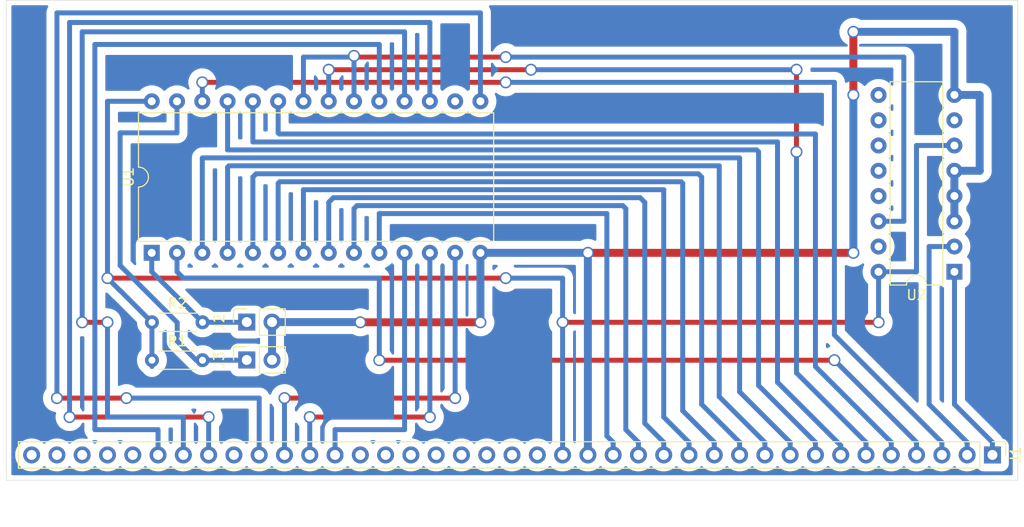
<source format=kicad_pcb>
(kicad_pcb (version 20240108) (generator "pcbnew") (generator_version "8.0")
  (layers (0 "F.Cu" signal) (31 "B.Cu" signal) (34 "B.Paste" user) (35 "F.Paste" user) (36 "B.SilkS" user "B.Silkscreen") (37 "F.SilkS" user "F.Silkscreen") (38 "B.Mask" user) (39 "F.Mask" user) (44 "Edge.Cuts" user))
  (net 0 "")
  (net 3 "/A5")
  (net 5 "/A15")
  (net 6 "/D5")
  (net 7 "/A13")
  (net 8 "/D0")
  (net 9 "/A10")
  (net 10 "/A1")
  (net 13 "/A3")
  (net 15 "/A8")
  (net 16 "VCC")
  (net 17 "/D6")
  (net 20 "/A6")
  (net 21 "GND")
  (net 22 "/D1")
  (net 23 "/A4")
  (net 26 "/A2")
  (net 27 "/D2")
  (net 28 "/A14")
  (net 29 "/A7")
  (net 30 "/A0")
  (net 31 "/A9")
  (net 35 "/A11")
  (net 36 "/D3")
  (net 37 "/D7")
  (net 39 "/A12")
  (net 40 "Net-(J2-Pin_1)")
  (net 41 "Net-(J3-Pin_1)")
  (net 43 "Net-(U1-~{CE})")
  (footprint "Connector_PinSocket_2.54mm:PinSocket_1x02_P2.54mm_Vertical" (layer "F.Cu") (at 94.635 137.135 90)
    (property "Reference" "J3" (at 0 -2.77 90) (layer "F.SilkS"))
    (property "Value" "A14")
    (fp_line (start 1.33 -1.33) (end 1.33 0) (stroke (width 0.12)) (layer "F.SilkS"))
    (fp_line (start 0 -1.33) (end 1.33 -1.33) (stroke (width 0.12)) (layer "F.SilkS"))
    (fp_line (start 1.33 1.27) (end 1.33 3.87) (stroke (width 0.12)) (layer "F.SilkS"))
    (fp_line (start -1.33 1.27) (end 1.33 1.27) (stroke (width 0.12)) (layer "F.SilkS"))
    (fp_line (start -1.33 1.27) (end -1.33 3.87) (stroke (width 0.12)) (layer "F.SilkS"))
    (fp_line (start -1.33 3.87) (end 1.33 3.87) (stroke (width 0.12)) (layer "F.SilkS"))
    (pad "1" thru_hole rect (at 0 0 90) (size 1.7 1.7) (drill 1) (layers "*.Cu" "*.Mask") (net 41 "Net-(J3-Pin_1)"))
    (pad "2" thru_hole oval (at 0 2.54 90) (size 1.7 1.7) (drill 1) (layers "*.Cu" "*.Mask") (net 21 "GND"))
  )
  (footprint "Package_DIP:DIP-16_W7.62mm" (layer "F.Cu") (at 165.725 128.27 180)
    (property "Reference" "U2" (at 3.81 -2.33 0) (layer "F.SilkS"))
    (property "Value" "74LS138")
    (fp_line (start 6.46 19.11) (end 6.46 -1.33) (stroke (width 0.12)) (layer "F.SilkS"))
    (fp_line (start 6.46 -1.33) (end 4.81 -1.33) (stroke (width 0.12)) (layer "F.SilkS"))
    (fp_line (start 2.81 -1.33) (end 1.16 -1.33) (stroke (width 0.12)) (layer "F.SilkS"))
    (fp_line (start 1.16 19.11) (end 6.46 19.11) (stroke (width 0.12)) (layer "F.SilkS"))
    (fp_line (start 1.16 -1.33) (end 1.16 19.11) (stroke (width 0.12)) (layer "F.SilkS"))
    (fp_arc (start 4.81 -1.33) (mid 3.81 -0.33) (end 2.81 -1.33) (stroke (width 0.12)) (layer "F.SilkS"))
    (pad "1" thru_hole rect (at 0 0 180) (size 1.6 1.6) (drill 0.8) (layers "*.Cu" "*.Mask") (net 5 "/A15"))
    (pad "2" thru_hole oval (at 0 2.54 180) (size 1.6 1.6) (drill 0.8) (layers "*.Cu" "*.Mask") (net 28 "/A14"))
    (pad "3" thru_hole oval (at 0 5.08 180) (size 1.6 1.6) (drill 0.8) (layers "*.Cu" "*.Mask") (net 21 "GND"))
    (pad "4" thru_hole oval (at 0 7.62 180) (size 1.6 1.6) (drill 0.8) (layers "*.Cu" "*.Mask") (net 21 "GND"))
    (pad "5" thru_hole oval (at 0 10.16 180) (size 1.6 1.6) (drill 0.8) (layers "*.Cu" "*.Mask") (net 21 "GND"))
    (pad "6" thru_hole oval (at 0 12.7 180) (size 1.6 1.6) (drill 0.8) (layers "*.Cu" "*.Mask") (net 16 "VCC"))
    (pad "7" thru_hole oval (at 0 15.24 180) (size 1.6 1.6) (drill 0.8) (layers "*.Cu" "*.Mask"))
    (pad "8" thru_hole oval (at 0 17.78 180) (size 1.6 1.6) (drill 0.8) (layers "*.Cu" "*.Mask") (net 21 "GND"))
    (pad "9" thru_hole oval (at 7.62 17.78 180) (size 1.6 1.6) (drill 0.8) (layers "*.Cu" "*.Mask"))
    (pad "10" thru_hole oval (at 7.62 15.24 180) (size 1.6 1.6) (drill 0.8) (layers "*.Cu" "*.Mask"))
    (pad "11" thru_hole oval (at 7.62 12.7 180) (size 1.6 1.6) (drill 0.8) (layers "*.Cu" "*.Mask"))
    (pad "12" thru_hole oval (at 7.62 10.16 180) (size 1.6 1.6) (drill 0.8) (layers "*.Cu" "*.Mask"))
    (pad "13" thru_hole oval (at 7.62 7.62 180) (size 1.6 1.6) (drill 0.8) (layers "*.Cu" "*.Mask"))
    (pad "14" thru_hole oval (at 7.62 5.08 180) (size 1.6 1.6) (drill 0.8) (layers "*.Cu" "*.Mask") (net 43 "Net-(U1-~{CE})"))
    (pad "15" thru_hole oval (at 7.62 2.54 180) (size 1.6 1.6) (drill 0.8) (layers "*.Cu" "*.Mask"))
    (pad "16" thru_hole oval (at 7.62 0 180) (size 1.6 1.6) (drill 0.8) (layers "*.Cu" "*.Mask") (net 16 "VCC"))
  )
  (footprint "Resistor_THT:R_Axial_DIN0204_L3.6mm_D1.6mm_P5.08mm_Horizontal" (layer "F.Cu") (at 85.11 137.16)
    (property "Reference" "R1" (at 2.54 -1.92 0) (layer "F.SilkS"))
    (property "Value" "2k")
    (fp_line (start 0.62 -0.92) (end 4.46 -0.92) (stroke (width 0.12)) (layer "F.SilkS"))
    (fp_line (start 0.62 0.92) (end 4.46 0.92) (stroke (width 0.12)) (layer "F.SilkS"))
    (pad "1" thru_hole circle (at 0 0) (size 1.4 1.4) (drill 0.7) (layers "*.Cu" "*.Mask") (net 16 "VCC"))
    (pad "2" thru_hole oval (at 5.08 0) (size 1.4 1.4) (drill 0.7) (layers "*.Cu" "*.Mask") (net 41 "Net-(J3-Pin_1)"))
  )
  (footprint "Package_DIP:DIP-28_W15.24mm" (layer "F.Cu") (at 85.09 126.365 90)
    (property "Reference" "U1" (at 7.62 -2.33 90) (layer "F.SilkS"))
    (property "Value" "27C512")
    (fp_line (start 14.08 -1.33) (end 8.62 -1.33) (stroke (width 0.12)) (layer "F.SilkS"))
    (fp_line (start 6.62 -1.33) (end 1.16 -1.33) (stroke (width 0.12)) (layer "F.SilkS"))
    (fp_line (start 1.16 -1.33) (end 1.16 34.35) (stroke (width 0.12)) (layer "F.SilkS"))
    (fp_line (start 14.08 34.35) (end 14.08 -1.33) (stroke (width 0.12)) (layer "F.SilkS"))
    (fp_line (start 1.16 34.35) (end 14.08 34.35) (stroke (width 0.12)) (layer "F.SilkS"))
    (fp_arc (start 8.62 -1.33) (mid 7.62 -0.33) (end 6.62 -1.33) (stroke (width 0.12)) (layer "F.SilkS"))
    (pad "1" thru_hole rect (at 0 0 90) (size 1.6 1.6) (drill 0.8) (layers "*.Cu" "*.Mask") (net 40 "Net-(J2-Pin_1)"))
    (pad "2" thru_hole oval (at 0 2.54 90) (size 1.6 1.6) (drill 0.8) (layers "*.Cu" "*.Mask") (net 39 "/A12"))
    (pad "3" thru_hole oval (at 0 5.08 90) (size 1.6 1.6) (drill 0.8) (layers "*.Cu" "*.Mask") (net 29 "/A7"))
    (pad "4" thru_hole oval (at 0 7.62 90) (size 1.6 1.6) (drill 0.8) (layers "*.Cu" "*.Mask") (net 20 "/A6"))
    (pad "5" thru_hole oval (at 0 10.16 90) (size 1.6 1.6) (drill 0.8) (layers "*.Cu" "*.Mask") (net 3 "/A5"))
    (pad "6" thru_hole oval (at 0 12.7 90) (size 1.6 1.6) (drill 0.8) (layers "*.Cu" "*.Mask") (net 23 "/A4"))
    (pad "7" thru_hole oval (at 0 15.24 90) (size 1.6 1.6) (drill 0.8) (layers "*.Cu" "*.Mask") (net 13 "/A3"))
    (pad "8" thru_hole oval (at 0 17.78 90) (size 1.6 1.6) (drill 0.8) (layers "*.Cu" "*.Mask") (net 26 "/A2"))
    (pad "9" thru_hole oval (at 0 20.32 90) (size 1.6 1.6) (drill 0.8) (layers "*.Cu" "*.Mask") (net 10 "/A1"))
    (pad "10" thru_hole oval (at 0 22.86 90) (size 1.6 1.6) (drill 0.8) (layers "*.Cu" "*.Mask") (net 30 "/A0"))
    (pad "11" thru_hole oval (at 0 25.4 90) (size 1.6 1.6) (drill 0.8) (layers "*.Cu" "*.Mask") (net 8 "/D0"))
    (pad "12" thru_hole oval (at 0 27.94 90) (size 1.6 1.6) (drill 0.8) (layers "*.Cu" "*.Mask") (net 22 "/D1"))
    (pad "13" thru_hole oval (at 0 30.48 90) (size 1.6 1.6) (drill 0.8) (layers "*.Cu" "*.Mask") (net 27 "/D2"))
    (pad "14" thru_hole oval (at 0 33.02 90) (size 1.6 1.6) (drill 0.8) (layers "*.Cu" "*.Mask") (net 21 "GND"))
    (pad "15" thru_hole oval (at 15.24 33.02 90) (size 1.6 1.6) (drill 0.8) (layers "*.Cu" "*.Mask") (net 36 "/D3"))
    (pad "16" thru_hole oval (at 15.24 30.48 90) (size 1.6 1.6) (drill 0.8) (layers "*.Cu" "*.Mask"))
    (pad "17" thru_hole oval (at 15.24 27.94 90) (size 1.6 1.6) (drill 0.8) (layers "*.Cu" "*.Mask") (net 6 "/D5"))
    (pad "18" thru_hole oval (at 15.24 25.4 90) (size 1.6 1.6) (drill 0.8) (layers "*.Cu" "*.Mask") (net 17 "/D6"))
    (pad "19" thru_hole oval (at 15.24 22.86 90) (size 1.6 1.6) (drill 0.8) (layers "*.Cu" "*.Mask") (net 37 "/D7"))
    (pad "20" thru_hole oval (at 15.24 20.32 90) (size 1.6 1.6) (drill 0.8) (layers "*.Cu" "*.Mask") (net 43 "Net-(U1-~{CE})"))
    (pad "21" thru_hole oval (at 15.24 17.78 90) (size 1.6 1.6) (drill 0.8) (layers "*.Cu" "*.Mask") (net 9 "/A10"))
    (pad "22" thru_hole oval (at 15.24 15.24 90) (size 1.6 1.6) (drill 0.8) (layers "*.Cu" "*.Mask") (net 43 "Net-(U1-~{CE})"))
    (pad "23" thru_hole oval (at 15.24 12.7 90) (size 1.6 1.6) (drill 0.8) (layers "*.Cu" "*.Mask") (net 35 "/A11"))
    (pad "24" thru_hole oval (at 15.24 10.16 90) (size 1.6 1.6) (drill 0.8) (layers "*.Cu" "*.Mask") (net 31 "/A9"))
    (pad "25" thru_hole oval (at 15.24 7.62 90) (size 1.6 1.6) (drill 0.8) (layers "*.Cu" "*.Mask") (net 15 "/A8"))
    (pad "26" thru_hole oval (at 15.24 5.08 90) (size 1.6 1.6) (drill 0.8) (layers "*.Cu" "*.Mask") (net 7 "/A13"))
    (pad "27" thru_hole oval (at 15.24 2.54 90) (size 1.6 1.6) (drill 0.8) (layers "*.Cu" "*.Mask") (net 41 "Net-(J3-Pin_1)"))
    (pad "28" thru_hole oval (at 15.24 0 90) (size 1.6 1.6) (drill 0.8) (layers "*.Cu" "*.Mask") (net 16 "VCC"))
  )
  (footprint "Connector_PinHeader_2.54mm:PinHeader_1x39_P2.54mm_Vertical" (layer "F.Cu") (at 169.545 146.685 -90)
    (property "Reference" "J1" (at 0 -2.33 90) (layer "F.SilkS"))
    (property "Value" "RC6502_Backplane")
    (fp_line (start -1.33 97.85) (end 1.33 97.85) (stroke (width 0.12)) (layer "F.SilkS"))
    (fp_line (start -1.33 1.27) (end -1.33 97.85) (stroke (width 0.12)) (layer "F.SilkS"))
    (fp_line (start -1.33 1.27) (end 1.33 1.27) (stroke (width 0.12)) (layer "F.SilkS"))
    (fp_line (start 1.33 1.27) (end 1.33 97.85) (stroke (width 0.12)) (layer "F.SilkS"))
    (fp_line (start -1.33 0) (end -1.33 -1.33) (stroke (width 0.12)) (layer "F.SilkS"))
    (fp_line (start -1.33 -1.33) (end 0 -1.33) (stroke (width 0.12)) (layer "F.SilkS"))
    (pad "1" thru_hole rect (at 0 0 270) (size 1.7 1.7) (drill 1) (layers "*.Cu" "*.Mask") (net 5 "/A15"))
    (pad "2" thru_hole oval (at 0 2.54 270) (size 1.7 1.7) (drill 1) (layers "*.Cu" "*.Mask") (net 28 "/A14"))
    (pad "3" thru_hole oval (at 0 5.08 270) (size 1.7 1.7) (drill 1) (layers "*.Cu" "*.Mask") (net 7 "/A13"))
    (pad "4" thru_hole oval (at 0 7.62 270) (size 1.7 1.7) (drill 1) (layers "*.Cu" "*.Mask") (net 39 "/A12"))
    (pad "5" thru_hole oval (at 0 10.16 270) (size 1.7 1.7) (drill 1) (layers "*.Cu" "*.Mask") (net 35 "/A11"))
    (pad "6" thru_hole oval (at 0 12.7 270) (size 1.7 1.7) (drill 1) (layers "*.Cu" "*.Mask") (net 9 "/A10"))
    (pad "7" thru_hole oval (at 0 15.24 270) (size 1.7 1.7) (drill 1) (layers "*.Cu" "*.Mask") (net 31 "/A9"))
    (pad "8" thru_hole oval (at 0 17.78 270) (size 1.7 1.7) (drill 1) (layers "*.Cu" "*.Mask") (net 15 "/A8"))
    (pad "9" thru_hole oval (at 0 20.32 270) (size 1.7 1.7) (drill 1) (layers "*.Cu" "*.Mask") (net 29 "/A7"))
    (pad "10" thru_hole oval (at 0 22.86 270) (size 1.7 1.7) (drill 1) (layers "*.Cu" "*.Mask") (net 20 "/A6"))
    (pad "11" thru_hole oval (at 0 25.4 270) (size 1.7 1.7) (drill 1) (layers "*.Cu" "*.Mask") (net 3 "/A5"))
    (pad "12" thru_hole oval (at 0 27.94 270) (size 1.7 1.7) (drill 1) (layers "*.Cu" "*.Mask") (net 23 "/A4"))
    (pad "13" thru_hole oval (at 0 30.48 270) (size 1.7 1.7) (drill 1) (layers "*.Cu" "*.Mask") (net 13 "/A3"))
    (pad "14" thru_hole oval (at 0 33.02 270) (size 1.7 1.7) (drill 1) (layers "*.Cu" "*.Mask") (net 26 "/A2"))
    (pad "15" thru_hole oval (at 0 35.56 270) (size 1.7 1.7) (drill 1) (layers "*.Cu" "*.Mask") (net 10 "/A1"))
    (pad "16" thru_hole oval (at 0 38.1 270) (size 1.7 1.7) (drill 1) (layers "*.Cu" "*.Mask") (net 30 "/A0"))
    (pad "17" thru_hole oval (at 0 40.64 270) (size 1.7 1.7) (drill 1) (layers "*.Cu" "*.Mask") (net 21 "GND"))
    (pad "18" thru_hole oval (at 0 43.18 270) (size 1.7 1.7) (drill 1) (layers "*.Cu" "*.Mask") (net 16 "VCC"))
    (pad "19" thru_hole oval (at 0 45.72 270) (size 1.7 1.7) (drill 1) (layers "*.Cu" "*.Mask"))
    (pad "20" thru_hole oval (at 0 48.26 270) (size 1.7 1.7) (drill 1) (layers "*.Cu" "*.Mask"))
    (pad "21" thru_hole oval (at 0 50.8 270) (size 1.7 1.7) (drill 1) (layers "*.Cu" "*.Mask"))
    (pad "22" thru_hole oval (at 0 53.34 270) (size 1.7 1.7) (drill 1) (layers "*.Cu" "*.Mask"))
    (pad "23" thru_hole oval (at 0 55.88 270) (size 1.7 1.7) (drill 1) (layers "*.Cu" "*.Mask"))
    (pad "24" thru_hole oval (at 0 58.42 270) (size 1.7 1.7) (drill 1) (layers "*.Cu" "*.Mask"))
    (pad "25" thru_hole oval (at 0 60.96 270) (size 1.7 1.7) (drill 1) (layers "*.Cu" "*.Mask"))
    (pad "26" thru_hole oval (at 0 63.5 270) (size 1.7 1.7) (drill 1) (layers "*.Cu" "*.Mask"))
    (pad "27" thru_hole oval (at 0 66.04 270) (size 1.7 1.7) (drill 1) (layers "*.Cu" "*.Mask") (net 8 "/D0"))
    (pad "28" thru_hole oval (at 0 68.58 270) (size 1.7 1.7) (drill 1) (layers "*.Cu" "*.Mask") (net 22 "/D1"))
    (pad "29" thru_hole oval (at 0 71.12 270) (size 1.7 1.7) (drill 1) (layers "*.Cu" "*.Mask") (net 27 "/D2"))
    (pad "30" thru_hole oval (at 0 73.66 270) (size 1.7 1.7) (drill 1) (layers "*.Cu" "*.Mask") (net 36 "/D3"))
    (pad "31" thru_hole oval (at 0 76.2 270) (size 1.7 1.7) (drill 1) (layers "*.Cu" "*.Mask"))
    (pad "32" thru_hole oval (at 0 78.74 270) (size 1.7 1.7) (drill 1) (layers "*.Cu" "*.Mask") (net 6 "/D5"))
    (pad "33" thru_hole oval (at 0 81.28 270) (size 1.7 1.7) (drill 1) (layers "*.Cu" "*.Mask") (net 17 "/D6"))
    (pad "34" thru_hole oval (at 0 83.82 270) (size 1.7 1.7) (drill 1) (layers "*.Cu" "*.Mask") (net 37 "/D7"))
    (pad "35" thru_hole oval (at 0 86.36 270) (size 1.7 1.7) (drill 1) (layers "*.Cu" "*.Mask"))
    (pad "36" thru_hole oval (at 0 88.9 270) (size 1.7 1.7) (drill 1) (layers "*.Cu" "*.Mask"))
    (pad "37" thru_hole oval (at 0 91.44 270) (size 1.7 1.7) (drill 1) (layers "*.Cu" "*.Mask"))
    (pad "38" thru_hole oval (at 0 93.98 270) (size 1.7 1.7) (drill 1) (layers "*.Cu" "*.Mask"))
    (pad "39" thru_hole oval (at 0 96.52 270) (size 1.7 1.7) (drill 1) (layers "*.Cu" "*.Mask"))
  )
  (footprint "Connector_PinSocket_2.54mm:PinSocket_1x02_P2.54mm_Vertical" (layer "F.Cu") (at 94.635 133.325 90)
    (property "Reference" "J2" (at 0 -2.77 90) (layer "F.SilkS"))
    (property "Value" "A15")
    (fp_line (start 1.33 -1.33) (end 1.33 0) (stroke (width 0.12)) (layer "F.SilkS"))
    (fp_line (start 0 -1.33) (end 1.33 -1.33) (stroke (width 0.12)) (layer "F.SilkS"))
    (fp_line (start 1.33 1.27) (end 1.33 3.87) (stroke (width 0.12)) (layer "F.SilkS"))
    (fp_line (start -1.33 1.27) (end 1.33 1.27) (stroke (width 0.12)) (layer "F.SilkS"))
    (fp_line (start -1.33 1.27) (end -1.33 3.87) (stroke (width 0.12)) (layer "F.SilkS"))
    (fp_line (start -1.33 3.87) (end 1.33 3.87) (stroke (width 0.12)) (layer "F.SilkS"))
    (pad "1" thru_hole rect (at 0 0 90) (size 1.7 1.7) (drill 1) (layers "*.Cu" "*.Mask") (net 40 "Net-(J2-Pin_1)"))
    (pad "2" thru_hole oval (at 0 2.54 90) (size 1.7 1.7) (drill 1) (layers "*.Cu" "*.Mask") (net 21 "GND"))
  )
  (footprint "Resistor_THT:R_Axial_DIN0204_L3.6mm_D1.6mm_P5.08mm_Horizontal" (layer "F.Cu") (at 85.11 133.35)
    (property "Reference" "R2" (at 2.54 -1.92 0) (layer "F.SilkS"))
    (property "Value" "2k")
    (fp_line (start 0.62 -0.92) (end 4.46 -0.92) (stroke (width 0.12)) (layer "F.SilkS"))
    (fp_line (start 0.62 0.92) (end 4.46 0.92) (stroke (width 0.12)) (layer "F.SilkS"))
    (pad "1" thru_hole circle (at 0 0) (size 1.4 1.4) (drill 0.7) (layers "*.Cu" "*.Mask") (net 16 "VCC"))
    (pad "2" thru_hole oval (at 5.08 0) (size 1.4 1.4) (drill 0.7) (layers "*.Cu" "*.Mask") (net 40 "Net-(J2-Pin_1)"))
  )
  (gr_line (start 172.085 100.965) (end 70.485 100.965) (stroke (width 0.05)) (layer "Edge.Cuts"))
  (gr_line (start 172.085 149.225) (end 172.085 100.965) (stroke (width 0.05)) (layer "Edge.Cuts"))
  (gr_line (start 70.485 149.225) (end 172.085 149.225) (stroke (width 0.05)) (layer "Edge.Cuts"))
  (gr_line (start 70.485 149.225) (end 70.485 100.965) (stroke (width 0.05)) (layer "Edge.Cuts"))
  (segment (start 95.58 118.415) (end 140.005 118.415) (width 0.5) (layer "B.Cu") (net 3))
  (segment (start 95.25 118.745) (end 95.58 118.415) (width 0.5) (layer "B.Cu") (net 3))
  (segment (start 95.25 126.365) (end 95.25 118.745) (width 0.5) (layer "B.Cu") (net 3))
  (segment (start 144.145 145.415) (end 144.145 146.685) (width 0.5) (layer "B.Cu") (net 3))
  (segment (start 140.335 118.745) (end 140.335 141.605) (width 0.5) (layer "B.Cu") (net 3))
  (segment (start 140.335 141.605) (end 144.145 145.415) (width 0.5) (layer "B.Cu") (net 3))
  (segment (start 140.005 118.415) (end 140.335 118.745) (width 0.5) (layer "B.Cu") (net 3))
  (segment (start 165.735 141.605) (end 165.735 128.28) (width 0.5) (layer "B.Cu") (net 5))
  (segment (start 165.735 128.28) (end 165.725 128.27) (width 0.5) (layer "B.Cu") (net 5))
  (segment (start 169.545 145.415) (end 165.735 141.605) (width 0.5) (layer "B.Cu") (net 5))
  (segment (start 169.545 146.685) (end 169.545 145.415) (width 0.5) (layer "B.Cu") (net 5))
  (segment (start 90.805 142.875) (end 76.835 142.875) (width 0.5) (layer "F.Cu") (net 6))
  (via (at 76.835 142.875) (size 1.2) (drill 0.9) (layers "F.Cu" "B.Cu") (net 6))
  (via (at 90.805 142.875) (size 1.2) (drill 0.9) (layers "F.Cu" "B.Cu") (net 6))
  (segment (start 113.03 103.2) (end 113.03 111.125) (width 0.5) (layer "B.Cu") (net 6))
  (segment (start 90.805 146.685) (end 90.805 142.875) (width 0.5) (layer "B.Cu") (net 6))
  (segment (start 76.835 142.875) (end 76.835 103.2) (width 0.5) (layer "B.Cu") (net 6))
  (segment (start 76.835 103.2) (end 113.03 103.2) (width 0.5) (layer "B.Cu") (net 6))
  (segment (start 90.17 109.22) (end 120.65 109.22) (width 0.5) (layer "F.Cu") (net 7))
  (via (at 90.17 109.22) (size 1.2) (drill 0.9) (layers "F.Cu" "B.Cu") (net 7))
  (via (at 120.65 109.22) (size 1.2) (drill 0.9) (layers "F.Cu" "B.Cu") (net 7))
  (segment (start 153.67 109.22) (end 153.67 134.62) (width 0.5) (layer "B.Cu") (net 7))
  (segment (start 90.17 111.125) (end 90.17 109.22) (width 0.5) (layer "B.Cu") (net 7))
  (segment (start 164.465 146.685) (end 164.465 145.415) (width 0.5) (layer "B.Cu") (net 7))
  (segment (start 120.65 109.22) (end 153.67 109.22) (width 0.5) (layer "B.Cu") (net 7))
  (segment (start 164.465 145.415) (end 153.67 134.62) (width 0.5) (layer "B.Cu") (net 7))
  (segment (start 103.505 144.145) (end 110.49 144.145) (width 0.5) (layer "B.Cu") (net 8))
  (segment (start 103.505 146.685) (end 103.505 144.145) (width 0.5) (layer "B.Cu") (net 8))
  (segment (start 110.49 144.145) (end 110.49 126.365) (width 0.5) (layer "B.Cu") (net 8))
  (segment (start 149.86 116.205) (end 149.86 107.95) (width 0.5) (layer "F.Cu") (net 9))
  (segment (start 120.65 107.95) (end 123.19 107.95) (width 0.5) (layer "F.Cu") (net 9))
  (segment (start 102.87 107.95) (end 120.65 107.95) (width 0.5) (layer "F.Cu") (net 9))
  (via (at 123.19 107.95) (size 1.2) (drill 0.9) (layers "F.Cu" "B.Cu") (net 9))
  (via (at 149.86 107.95) (size 1.2) (drill 0.9) (layers "F.Cu" "B.Cu") (net 9))
  (via (at 102.87 107.95) (size 1.2) (drill 0.9) (layers "F.Cu" "B.Cu") (net 9))
  (via (at 149.86 116.205) (size 1.2) (drill 0.9) (layers "F.Cu" "B.Cu") (net 9))
  (segment (start 149.86 138.43) (end 156.845 145.415) (width 0.5) (layer "B.Cu") (net 9))
  (segment (start 102.87 111.125) (end 102.87 107.95) (width 0.5) (layer "B.Cu") (net 9))
  (segment (start 156.845 145.415) (end 156.845 146.685) (width 0.5) (layer "B.Cu") (net 9))
  (segment (start 149.86 107.95) (end 123.19 107.95) (width 0.5) (layer "B.Cu") (net 9))
  (segment (start 149.86 116.205) (end 149.86 138.43) (width 0.5) (layer "B.Cu") (net 9))
  (segment (start 132.715 144.145) (end 133.985 145.415) (width 0.5) (layer "B.Cu") (net 10))
  (segment (start 105.41 126.365) (end 105.41 121.92) (width 0.5) (layer "B.Cu") (net 10))
  (segment (start 105.715 121.615) (end 132.41 121.615) (width 0.5) (layer "B.Cu") (net 10))
  (segment (start 132.41 121.615) (end 132.715 121.92) (width 0.5) (layer "B.Cu") (net 10))
  (segment (start 133.985 145.415) (end 133.985 146.685) (width 0.5) (layer "B.Cu") (net 10))
  (segment (start 105.41 121.92) (end 105.715 121.615) (width 0.5) (layer "B.Cu") (net 10))
  (segment (start 132.715 121.92) (end 132.715 144.145) (width 0.5) (layer "B.Cu") (net 10))
  (segment (start 136.525 142.875) (end 139.065 145.415) (width 0.5) (layer "B.Cu") (net 13))
  (segment (start 100.33 120.015) (end 136.525 120.015) (width 0.5) (layer "B.Cu") (net 13))
  (segment (start 100.33 126.365) (end 100.33 120.015) (width 0.5) (layer "B.Cu") (net 13))
  (segment (start 139.065 145.415) (end 139.065 146.685) (width 0.5) (layer "B.Cu") (net 13))
  (segment (start 136.525 120.015) (end 136.525 142.875) (width 0.5) (layer "B.Cu") (net 13))
  (segment (start 92.71 116.015) (end 92.71 111.125) (width 0.5) (layer "B.Cu") (net 15))
  (segment (start 151.765 146.685) (end 151.765 145.415) (width 0.5) (layer "B.Cu") (net 15))
  (segment (start 146.05 139.7) (end 146.05 116.205) (width 0.5) (layer "B.Cu") (net 15))
  (segment (start 146.05 116.205) (end 145.86 116.015) (width 0.5) (layer "B.Cu") (net 15))
  (segment (start 151.765 145.415) (end 146.05 139.7) (width 0.5) (layer "B.Cu") (net 15))
  (segment (start 145.86 116.015) (end 92.71 116.015) (width 0.5) (layer "B.Cu") (net 15))
  (segment (start 120.65 128.905) (end 80.645 128.905) (width 0.5) (layer "F.Cu") (net 16))
  (segment (start 158.115 133.35) (end 126.365 133.35) (width 0.5) (layer "F.Cu") (net 16))
  (via (at 158.115 133.35) (size 1.2) (drill 0.9) (layers "F.Cu" "B.Cu") (net 16))
  (via (at 126.365 133.35) (size 1.2) (drill 0.9) (layers "F.Cu" "B.Cu") (net 16))
  (via (at 80.645 128.905) (size 1.2) (drill 0.9) (layers "F.Cu" "B.Cu") (net 16))
  (via (at 120.65 128.905) (size 1.2) (drill 0.9) (layers "F.Cu" "B.Cu") (net 16))
  (segment (start 80.645 111.125) (end 85.09 111.125) (width 0.5) (layer "B.Cu") (net 16))
  (segment (start 161.915 128.27) (end 161.915 115.57) (width 0.5) (layer "B.Cu") (net 16))
  (segment (start 120.65 128.905) (end 126.365 128.905) (width 0.5) (layer "B.Cu") (net 16))
  (segment (start 85.11 133.35) (end 85.11 137.795) (width 0.5) (layer "B.Cu") (net 16))
  (segment (start 161.915 115.57) (end 165.725 115.57) (width 0.5) (layer "B.Cu") (net 16))
  (segment (start 126.365 128.905) (end 126.365 146.685) (width 0.5) (layer "B.Cu") (net 16))
  (segment (start 80.645 128.905) (end 80.645 111.125) (width 0.5) (layer "B.Cu") (net 16))
  (segment (start 80.645 128.905) (end 81.915 130.175) (width 0.5) (layer "B.Cu") (net 16))
  (segment (start 81.935 130.175) (end 85.11 133.35) (width 0.5) (layer "B.Cu") (net 16))
  (segment (start 158.105 128.27) (end 161.915 128.27) (width 0.5) (layer "B.Cu") (net 16))
  (segment (start 158.105 133.34) (end 158.105 128.27) (width 0.5) (layer "B.Cu") (net 16))
  (segment (start 81.915 130.175) (end 81.935 130.175) (width 0.5) (layer "B.Cu") (net 16))
  (segment (start 158.115 133.35) (end 158.105 133.34) (width 0.5) (layer "B.Cu") (net 16))
  (segment (start 78.105 133.35) (end 80.645 133.35) (width 0.5) (layer "F.Cu") (net 17))
  (via (at 80.645 133.35) (size 1.2) (drill 0.9) (layers "F.Cu" "B.Cu") (net 17))
  (via (at 78.105 133.35) (size 1.2) (drill 0.9) (layers "F.Cu" "B.Cu") (net 17))
  (via (at 78.105 133.35) (size 1.2) (drill 0.9) (layers "F.Cu" "B.Cu") (net 17))
  (segment (start 110.49 104.14) (end 78.105 104.14) (width 0.5) (layer "B.Cu") (net 17))
  (segment (start 78.105 104.14) (end 78.105 133.35) (width 0.5) (layer "B.Cu") (net 17))
  (segment (start 80.645 142.875) (end 88.265 142.875) (width 0.5) (layer "B.Cu") (net 17))
  (segment (start 88.265 142.875) (end 88.265 146.685) (width 0.5) (layer "B.Cu") (net 17))
  (segment (start 110.49 111.125) (end 110.49 104.14) (width 0.5) (layer "B.Cu") (net 17))
  (segment (start 80.645 133.35) (end 80.645 142.875) (width 0.5) (layer "B.Cu") (net 17))
  (segment (start 142.1 140.83) (end 146.685 145.415) (width 0.5) (layer "B.Cu") (net 20))
  (segment (start 142.1 117.615) (end 142.1 140.83) (width 0.5) (layer "B.Cu") (net 20))
  (segment (start 92.85 117.615) (end 142.1 117.615) (width 0.5) (layer "B.Cu") (net 20))
  (segment (start 92.71 117.755) (end 92.85 117.615) (width 0.5) (layer "B.Cu") (net 20))
  (segment (start 92.71 126.365) (end 92.71 117.755) (width 0.5) (layer "B.Cu") (net 20))
  (segment (start 146.685 145.415) (end 146.685 146.685) (width 0.5) (layer "B.Cu") (net 20))
  (segment (start 155.575 126.365) (end 128.905 126.365) (width 0.8) (layer "F.Cu") (net 21))
  (segment (start 118.11 133.35) (end 106.045 133.35) (width 0.8) (layer "F.Cu") (net 21))
  (segment (start 155.575 104.14) (end 155.575 110.49) (width 0.8) (layer "F.Cu") (net 21))
  (via (at 155.575 110.49) (size 1.2) (drill 0.9) (layers "F.Cu" "B.Cu") (net 21))
  (via (at 155.575 126.365) (size 1.2) (drill 0.9) (layers "F.Cu" "B.Cu") (net 21))
  (via (at 155.575 104.14) (size 1.2) (drill 0.9) (layers "F.Cu" "B.Cu") (net 21))
  (via (at 118.11 133.35) (size 1.2) (drill 0.9) (layers "F.Cu" "B.Cu") (net 21))
  (via (at 128.905 126.365) (size 1.2) (drill 0.9) (layers "F.Cu" "B.Cu") (net 21))
  (via (at 106.045 133.35) (size 1.2) (drill 0.9) (layers "F.Cu" "B.Cu") (net 21))
  (segment (start 97.175 137.135) (end 97.175 133.325) (width 0.8) (layer "B.Cu") (net 21))
  (segment (start 168.265 118.1) (end 168.275 118.11) (width 0.8) (layer "B.Cu") (net 21))
  (segment (start 106.045 133.35) (end 106.02 133.325) (width 0.8) (layer "B.Cu") (net 21))
  (segment (start 165.725 120.65) (end 165.725 123.19) (width 0.8) (layer "B.Cu") (net 21))
  (segment (start 168.275 118.11) (end 165.725 118.11) (width 0.8) (layer "B.Cu") (net 21))
  (segment (start 118.11 126.365) (end 118.11 133.35) (width 0.8) (layer "B.Cu") (net 21))
  (segment (start 165.725 118.11) (end 165.725 120.65) (width 0.8) (layer "B.Cu") (net 21))
  (segment (start 155.575 126.365) (end 155.575 110.49) (width 0.8) (layer "B.Cu") (net 21))
  (segment (start 165.725 110.49) (end 168.265 110.49) (width 0.8) (layer "B.Cu") (net 21))
  (segment (start 106.02 133.325) (end 97.175 133.325) (width 0.8) (layer "B.Cu") (net 21))
  (segment (start 118.11 126.365) (end 128.905 126.365) (width 0.8) (layer "B.Cu") (net 21))
  (segment (start 165.725 104.15) (end 165.735 104.14) (width 0.8) (layer "B.Cu") (net 21))
  (segment (start 165.725 110.49) (end 165.725 104.15) (width 0.8) (layer "B.Cu") (net 21))
  (segment (start 128.905 126.365) (end 128.905 146.685) (width 0.8) (layer "B.Cu") (net 21))
  (segment (start 165.735 104.14) (end 155.575 104.14) (width 0.8) (layer "B.Cu") (net 21))
  (segment (start 168.265 110.49) (end 168.265 118.1) (width 0.8) (layer "B.Cu") (net 21))
  (segment (start 113.03 142.875) (end 100.965 142.875) (width 0.5) (layer "F.Cu") (net 22))
  (via (at 113.03 142.875) (size 1.2) (drill 0.9) (layers "F.Cu" "B.Cu") (net 22))
  (via (at 100.965 142.875) (size 1.2) (drill 0.9) (layers "F.Cu" "B.Cu") (net 22))
  (segment (start 100.965 142.875) (end 100.965 146.685) (width 0.5) (layer "B.Cu") (net 22))
  (segment (start 113.03 126.365) (end 113.03 142.875) (width 0.5) (layer "B.Cu") (net 22))
  (segment (start 97.955 119.215) (end 138.265 119.215) (width 0.5) (layer "B.Cu") (net 23))
  (segment (start 138.43 119.38) (end 138.43 142.24) (width 0.5) (layer "B.Cu") (net 23))
  (segment (start 138.43 142.24) (end 141.605 145.415) (width 0.5) (layer "B.Cu") (net 23))
  (segment (start 138.265 119.215) (end 138.43 119.38) (width 0.5) (layer "B.Cu") (net 23))
  (segment (start 97.79 126.365) (end 97.79 119.38) (width 0.5) (layer "B.Cu") (net 23))
  (segment (start 141.605 145.415) (end 141.605 146.685) (width 0.5) (layer "B.Cu") (net 23))
  (segment (start 97.79 119.38) (end 97.955 119.215) (width 0.5) (layer "B.Cu") (net 23))
  (segment (start 102.87 126.365) (end 102.87 121.285) (width 0.5) (layer "B.Cu") (net 26))
  (segment (start 103.34 120.815) (end 134.15 120.815) (width 0.5) (layer "B.Cu") (net 26))
  (segment (start 102.87 121.285) (end 103.34 120.815) (width 0.5) (layer "B.Cu") (net 26))
  (segment (start 134.15 120.815) (end 134.62 121.285) (width 0.5) (layer "B.Cu") (net 26))
  (segment (start 134.62 121.285) (end 134.62 143.51) (width 0.5) (layer "B.Cu") (net 26))
  (segment (start 136.525 145.415) (end 136.525 146.685) (width 0.5) (layer "B.Cu") (net 26))
  (segment (start 134.62 143.51) (end 136.525 145.415) (width 0.5) (layer "B.Cu") (net 26))
  (segment (start 98.425 140.97) (end 115.57 140.97) (width 0.5) (layer "F.Cu") (net 27))
  (segment (start 115.57 140.97) (end 114.935 140.97) (width 0.5) (layer "F.Cu") (net 27))
  (via (at 115.57 140.97) (size 1.2) (drill 0.9) (layers "F.Cu" "B.Cu") (net 27))
  (via (at 98.425 140.97) (size 1.2) (drill 0.9) (layers "F.Cu" "B.Cu") (net 27))
  (segment (start 98.425 146.685) (end 98.425 140.97) (width 0.5) (layer "B.Cu") (net 27))
  (segment (start 115.57 140.97) (end 115.57 126.365) (width 0.5) (layer "B.Cu") (net 27))
  (segment (start 163.185 141.595) (end 167.005 145.415) (width 0.5) (layer "B.Cu") (net 28))
  (segment (start 165.725 125.73) (end 163.185 125.73) (width 0.5) (layer "B.Cu") (net 28))
  (segment (start 167.005 145.415) (end 167.005 146.685) (width 0.5) (layer "B.Cu") (net 28))
  (segment (start 163.185 125.73) (end 163.185 141.595) (width 0.5) (layer "B.Cu") (net 28))
  (segment (start 90.195 116.815) (end 90.17 116.84) (width 0.5) (layer "B.Cu") (net 29))
  (segment (start 149.225 145.415) (end 144.145 140.335) (width 0.5) (layer "B.Cu") (net 29))
  (segment (start 149.225 146.685) (end 149.225 145.415) (width 0.5) (layer "B.Cu") (net 29))
  (segment (start 144.145 116.84) (end 144.12 116.815) (width 0.5) (layer "B.Cu") (net 29))
  (segment (start 144.145 140.335) (end 144.145 116.84) (width 0.5) (layer "B.Cu") (net 29))
  (segment (start 144.12 116.815) (end 90.195 116.815) (width 0.5) (layer "B.Cu") (net 29))
  (segment (start 90.17 116.84) (end 90.17 126.365) (width 0.5) (layer "B.Cu") (net 29))
  (segment (start 130.81 122.415) (end 130.81 144.78) (width 0.5) (layer "B.Cu") (net 30))
  (segment (start 130.81 144.78) (end 131.445 145.415) (width 0.5) (layer "B.Cu") (net 30))
  (segment (start 131.445 145.415) (end 131.445 146.685) (width 0.5) (layer "B.Cu") (net 30))
  (segment (start 107.95 122.415) (end 130.81 122.415) (width 0.5) (layer "B.Cu") (net 30))
  (segment (start 107.95 126.365) (end 107.95 122.415) (width 0.5) (layer "B.Cu") (net 30))
  (segment (start 154.305 145.7325) (end 147.955 139.3825) (width 0.5) (layer "B.Cu") (net 31))
  (segment (start 154.305 146.685) (end 154.305 145.7325) (width 0.5) (layer "B.Cu") (net 31))
  (segment (start 147.955 139.3825) (end 147.955 115.215) (width 0.5) (layer "B.Cu") (net 31))
  (segment (start 147.955 115.215) (end 95.25 115.215) (width 0.5) (layer "B.Cu") (net 31))
  (segment (start 95.25 115.215) (end 95.25 111.125) (width 0.5) (layer "B.Cu") (net 31))
  (segment (start 97.905 114.415) (end 97.79 114.3) (width 0.5) (layer "B.Cu") (net 35))
  (segment (start 97.79 114.3) (end 97.79 111.125) (width 0.5) (layer "B.Cu") (net 35))
  (segment (start 159.385 145.415) (end 151.765 137.795) (width 0.5) (layer "B.Cu") (net 35))
  (segment (start 151.765 114.415) (end 97.905 114.415) (width 0.5) (layer "B.Cu") (net 35))
  (segment (start 159.385 146.685) (end 159.385 145.415) (width 0.5) (layer "B.Cu") (net 35))
  (segment (start 151.765 137.795) (end 151.765 114.415) (width 0.5) (layer "B.Cu") (net 35))
  (segment (start 82.55 140.97) (end 75.565 140.97) (width 0.5) (layer "F.Cu") (net 36))
  (via (at 75.565 140.97) (size 1.2) (drill 0.9) (layers "F.Cu" "B.Cu") (net 36))
  (via (at 82.55 140.97) (size 1.2) (drill 0.9) (layers "F.Cu" "B.Cu") (net 36))
  (segment (start 75.565 140.97) (end 75.565 102.235) (width 0.5) (layer "B.Cu") (net 36))
  (segment (start 95.885 140.97) (end 82.55 140.97) (width 0.5) (layer "B.Cu") (net 36))
  (segment (start 118.11 102.235) (end 118.11 111.125) (width 0.5) (layer "B.Cu") (net 36))
  (segment (start 75.565 102.235) (end 118.11 102.235) (width 0.5) (layer "B.Cu") (net 36))
  (segment (start 95.885 146.685) (end 95.885 140.97) (width 0.5) (layer "B.Cu") (net 36))
  (segment (start 107.95 111.125) (end 107.95 105.41) (width 0.5) (layer "B.Cu") (net 37))
  (segment (start 79.375 105.41) (end 79.375 144.145) (width 0.5) (layer "B.Cu") (net 37))
  (segment (start 85.725 144.145) (end 85.725 146.685) (width 0.5) (layer "B.Cu") (net 37))
  (segment (start 107.95 105.41) (end 79.375 105.41) (width 0.5) (layer "B.Cu") (net 37))
  (segment (start 79.375 144.145) (end 85.725 144.145) (width 0.5) (layer "B.Cu") (net 37))
  (segment (start 107.95 137.16) (end 153.67 137.16) (width 0.5) (layer "F.Cu") (net 39))
  (via (at 153.67 137.16) (size 1.2) (drill 0.9) (layers "F.Cu" "B.Cu") (net 39))
  (via (at 107.95 137.16) (size 1.2) (drill 0.9) (layers "F.Cu" "B.Cu") (net 39))
  (segment (start 107.95 128.905) (end 107.95 137.16) (width 0.5) (layer "B.Cu") (net 39))
  (segment (start 87.63 126.365) (end 87.63 128.27) (width 0.5) (layer "B.Cu") (net 39))
  (segment (start 87.63 128.27) (end 88.265 128.905) (width 0.5) (layer "B.Cu") (net 39))
  (segment (start 161.925 145.415) (end 153.67 137.16) (width 0.5) (layer "B.Cu") (net 39))
  (segment (start 88.265 128.905) (end 107.95 128.905) (width 0.5) (layer "B.Cu") (net 39))
  (segment (start 161.925 146.685) (end 161.925 145.415) (width 0.5) (layer "B.Cu") (net 39))
  (segment (start 90.19 133.35) (end 94.61 133.35) (width 0.5) (layer "B.Cu") (net 40))
  (segment (start 85.09 128.27) (end 85.725 128.905) (width 0.5) (layer "B.Cu") (net 40))
  (segment (start 94.61 133.35) (end 94.635 133.325) (width 0.5) (layer "B.Cu") (net 40))
  (segment (start 85.745 128.905) (end 90.19 133.35) (width 0.5) (layer "B.Cu") (net 40))
  (segment (start 85.09 126.365) (end 85.09 128.27) (width 0.5) (layer "B.Cu") (net 40))
  (segment (start 85.725 128.905) (end 85.745 128.905) (width 0.5) (layer "B.Cu") (net 40))
  (segment (start 81.915 114.3) (end 81.915 127.635) (width 0.5) (layer "B.Cu") (net 41))
  (segment (start 87.63 111.125) (end 87.63 114.3) (width 0.5) (layer "B.Cu") (net 41))
  (segment (start 81.915 127.635) (end 87.65 133.37) (width 0.5) (layer "B.Cu") (net 41))
  (segment (start 89.555 137.16) (end 94.61 137.16) (width 0.5) (layer "B.Cu") (net 41))
  (segment (start 87.65 133.37) (end 87.65 135.255) (width 0.5) (layer "B.Cu") (net 41))
  (segment (start 87.63 114.3) (end 81.915 114.3) (width 0.5) (layer "B.Cu") (net 41))
  (segment (start 87.65 135.255) (end 89.555 137.16) (width 0.5) (layer "B.Cu") (net 41))
  (segment (start 94.61 137.16) (end 94.635 137.135) (width 0.5) (layer "B.Cu") (net 41))
  (segment (start 120.65 106.68) (end 105.53 106.68) (width 0.5) (layer "F.Cu") (net 43))
  (segment (start 105.53 106.68) (end 105.41 106.56) (width 0.5) (layer "F.Cu") (net 43))
  (via (at 105.41 106.56) (size 1.2) (drill 0.9) (layers "F.Cu" "B.Cu") (net 43))
  (via (at 120.65 106.68) (size 1.2) (drill 0.9) (layers "F.Cu" "B.Cu") (net 43))
  (segment (start 105.41 111.125) (end 105.41 106.56) (width 0.5) (layer "B.Cu") (net 43))
  (segment (start 105.29 106.68) (end 105.41 106.56) (width 0.5) (layer "B.Cu") (net 43))
  (segment (start 120.65 106.68) (end 160.645 106.68) (width 0.5) (layer "B.Cu") (net 43))
  (segment (start 160.645 106.68) (end 160.645 123.19) (width 0.5) (layer "B.Cu") (net 43))
  (segment (start 100.33 106.68) (end 105.29 106.68) (width 0.5) (layer "B.Cu") (net 43))
  (segment (start 100.33 111.125) (end 100.33 106.68) (width 0.5) (layer "B.Cu") (net 43))
  (segment (start 160.645 123.19) (end 158.105 123.19) (width 0.5) (layer "B.Cu") (net 43))
  (zone (net 0) (net_name "") (layer "B.Cu") (connect_pads (clearance 0.8)) (min_thickness 0.25) (fill yes (thermal_gap 0.5) (thermal_bridge_width 0.5) (island_removal_mode 1) (island_area_min 10))
    (polygon (pts (xy 172.085 100.965) (xy 172.085 149.225) (xy 70.485 149.225) (xy 70.485 100.965)))
  )
)
</source>
